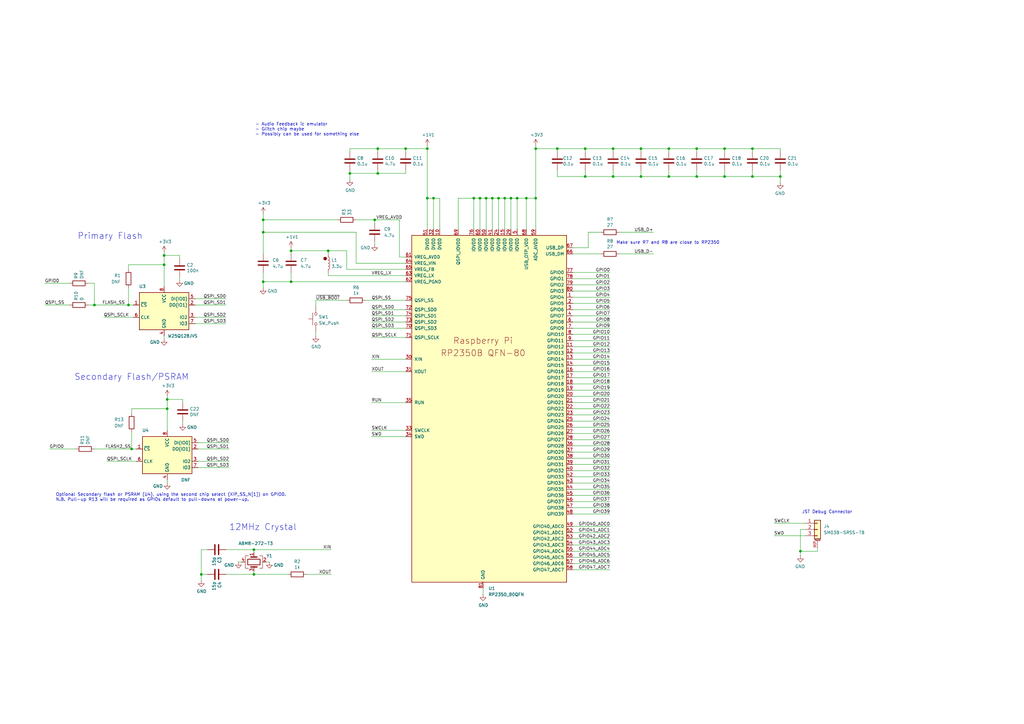
<source format=kicad_sch>
(kicad_sch (version 20250114) (generator "eeschema") (generator_version "9.0")
  (paper "A3")
  (title_block (title "RP2350B QFN80 Minimal Design Example") (date "2024-01-03") (rev "REV2") (company "Raspberry Pi Ltd"))
  (lib_symbols
    (symbol "Connector_Generic_MountingPin:Conn_01x03_MountingPin" (pin_names (offset 1.016) (hide yes))
      (property "Reference" "J" (at 0 5.08 0))
      (property "Value" "Conn_01x03_MountingPin" (at 1.27 -5.08 0))
      (symbol "Conn_01x03_MountingPin_1_1"
        (rectangle (start -1.27 3.81) (end 1.27 -3.81) (stroke (width 0.254)) (fill (type background)))
        (rectangle (start -1.27 2.667) (end 0 2.413) (stroke (width 0.1524)))
        (rectangle (start -1.27 0.127) (end 0 -0.127) (stroke (width 0.1524)))
        (rectangle (start -1.27 -2.413) (end 0 -2.667) (stroke (width 0.1524)))
        (polyline (pts (xy -1.016 -4.572) (xy 1.016 -4.572)) (stroke (width 0.1524)))
        (text "Mounting" (at 0 -4.191 0) (effects (font (size 0.381 0.381))))
        (pin passive line (at -5.08 2.54 0) (length 3.81) (name "Pin_1") (number "1"))
        (pin passive line (at -5.08 0 0) (length 3.81) (name "Pin_2") (number "2"))
        (pin passive line (at -5.08 -2.54 0) (length 3.81) (name "Pin_3") (number "3"))
        (pin passive line (at 0 -7.62 90) (length 3.048) (name "MountPin") (number "MP"))
      )
    )
    (symbol "Device:C" (pin_numbers (hide yes)) (pin_names (offset 0.254))
      (property "Reference" "C" (at 0.635 2.54 0))
      (property "Value" "C" (at 0.635 -2.54 0))
      (symbol "C_0_1"
        (polyline (pts (xy -2.032 0.762) (xy 2.032 0.762)) (stroke (width 0.508)))
        (polyline (pts (xy -2.032 -0.762) (xy 2.032 -0.762)) (stroke (width 0.508)))
      )
      (symbol "C_1_1"
        (pin passive line (at 0 3.81 270) (length 2.794) (name "~") (number "1"))
        (pin passive line (at 0 -3.81 90) (length 2.794) (name "~") (number "2"))
      )
    )
    (symbol "Device:Crystal_GND24" (pin_names (offset 1.016) (hide yes))
      (property "Reference" "Y" (at 3.175 5.08 0))
      (property "Value" "Crystal_GND24" (at 3.175 3.175 0))
      (symbol "Crystal_GND24_0_1"
        (polyline (pts (xy -2.54 2.286) (xy -2.54 3.556) (xy 2.54 3.556) (xy 2.54 2.286)))
        (polyline (pts (xy -2.54 0) (xy -2.032 0)))
        (polyline (pts (xy -2.54 -2.286) (xy -2.54 -3.556) (xy 2.54 -3.556) (xy 2.54 -2.286)))
        (polyline (pts (xy -2.032 -1.27) (xy -2.032 1.27)) (stroke (width 0.508)))
        (rectangle (start -1.143 2.54) (end 1.143 -2.54) (stroke (width 0.3048)))
        (polyline (pts (xy 0 3.556) (xy 0 3.81)))
        (polyline (pts (xy 0 -3.81) (xy 0 -3.556)))
        (polyline (pts (xy 2.032 0) (xy 2.54 0)))
        (polyline (pts (xy 2.032 -1.27) (xy 2.032 1.27)) (stroke (width 0.508)))
      )
      (symbol "Crystal_GND24_1_1"
        (pin passive line (at -3.81 0 0) (length 1.27) (name "1") (number "1"))
        (pin passive line (at 0 5.08 270) (length 1.27) (name "2") (number "2"))
        (pin passive line (at 0 -5.08 90) (length 1.27) (name "4") (number "4"))
        (pin passive line (at 3.81 0 180) (length 1.27) (name "3") (number "3"))
      )
    )
    (symbol "Device:L" (pin_numbers (hide yes)) (pin_names (offset 1.016) (hide yes))
      (property "Reference" "L" (at -1.27 0 90))
      (property "Value" "L" (at 1.905 0 90))
      (symbol "L_0_1"
        (arc (start 0 2.54) (mid 0.6323 1.905) (end 0 1.27))
        (arc (start 0 1.27) (mid 0.6323 0.635) (end 0 0))
        (arc (start 0 0) (mid 0.6323 -0.635) (end 0 -1.27))
        (arc (start 0 -1.27) (mid 0.6323 -1.905) (end 0 -2.54))
      )
      (symbol "L_1_1"
        (pin passive line (at 0 3.81 270) (length 1.27) (name "1") (number "1"))
        (pin passive line (at 0 -3.81 90) (length 1.27) (name "2") (number "2"))
      )
    )
    (symbol "Device:R" (pin_numbers (hide yes)) (pin_names (offset 0))
      (property "Reference" "R" (at 2.032 0 90))
      (property "Value" "R" (at 0 0 90))
      (symbol "R_0_1"
        (rectangle (start -1.016 -2.54) (end 1.016 2.54) (stroke (width 0.254)))
      )
      (symbol "R_1_1"
        (pin passive line (at 0 3.81 270) (length 1.27) (name "~") (number "1"))
        (pin passive line (at 0 -3.81 90) (length 1.27) (name "~") (number "2"))
      )
    )
    (symbol "MCU_RaspberryPi_RP2350:RP2350_80QFN" (pin_names (offset 1.016))
      (property "Reference" "U" (at -29.21 49.53 0))
      (property "Value" "RP2350_80QFN" (at 25.4 -96.52 0))
      (symbol "RP2350_80QFN_0_0"
        (text "Raspberry Pi" (at 0 5.08 0) (effects (font (size 2.54 2.54))))
      )
      (symbol "RP2350_80QFN_0_1"
        (rectangle (start -29.21 48.26) (end 34.29 -93.98) (stroke (width 0.254)) (fill (type background)))
      )
      (symbol "RP2350_80QFN_1_0"
        (text "RP2350B QFN-80" (at 0 0 0) (effects (font (size 2.54 2.54))))
      )
      (symbol "RP2350_80QFN_1_1"
        (pin power_in line (at -31.75 39.37 0) (length 2.54) (name "VREG_AVDD") (number "61"))
        (pin power_in line (at -31.75 36.83 0) (length 2.54) (name "VREG_VIN") (number "64"))
        (pin input line (at -31.75 34.29 0) (length 2.54) (name "VREG_FB") (number "65"))
        (pin power_out line (at -31.75 31.75 0) (length 2.54) (name "VREG_LX") (number "63"))
        (pin power_in line (at -31.75 29.21 0) (length 2.54) (name "VREG_PGND") (number "62"))
        (pin bidirectional line (at -31.75 21.59 0) (length 2.54) (name "QSPI_SS") (number "75"))
        (pin bidirectional line (at -31.75 17.78 0) (length 2.54) (name "QSPI_SD0") (number "72"))
        (pin bidirectional line (at -31.75 15.24 0) (length 2.54) (name "QSPI_SD1") (number "74"))
        (pin bidirectional line (at -31.75 12.7 0) (length 2.54) (name "QSPI_SD2") (number "73"))
        (pin bidirectional line (at -31.75 10.16 0) (length 2.54) (name "QSPI_SD3") (number "70"))
        (pin output line (at -31.75 6.35 0) (length 2.54) (name "QSPI_SCLK") (number "71"))
        (pin input line (at -31.75 -2.54 0) (length 2.54) (name "XIN") (number "30"))
        (pin passive line (at -31.75 -7.62 0) (length 2.54) (name "XOUT") (number "31"))
        (pin input line (at -31.75 -20.32 0) (length 2.54) (name "RUN") (number "35"))
        (pin output line (at -31.75 -31.75 0) (length 2.54) (name "SWCLK") (number "33"))
        (pin bidirectional line (at -31.75 -34.29 0) (length 2.54) (name "SWD") (number "34"))
        (pin power_in line (at -22.86 50.8 270) (length 2.54) (name "DVDD") (number "51"))
        (pin power_in line (at -20.32 50.8 270) (length 2.54) (name "DVDD") (number "32"))
        (pin power_in line (at -17.78 50.8 270) (length 2.54) (name "DVDD") (number "10"))
        (pin power_in line (at -10.16 50.8 270) (length 2.54) (name "QSPI_IOVDD") (number "69"))
        (pin power_in line (at -3.81 50.8 270) (length 2.54) (name "IOVDD") (number "76"))
        (pin power_in line (at -1.27 50.8 270) (length 2.54) (name "IOVDD") (number "60"))
        (pin power_in line (at 0 -96.52 90) (length 2.54) (name "GND") (number "81"))
        (pin power_in line (at 1.27 50.8 270) (length 2.54) (name "IOVDD") (number "50"))
        (pin power_in line (at 3.81 50.8 270) (length 2.54) (name "IOVDD") (number "41"))
        (pin power_in line (at 6.35 50.8 270) (length 2.54) (name "IOVDD") (number "24"))
        (pin power_in line (at 8.89 50.8 270) (length 2.54) (name "IOVDD") (number "15"))
        (pin power_in line (at 11.43 50.8 270) (length 2.54) (name "IOVDD") (number "29"))
        (pin power_in line (at 13.97 50.8 270) (length 2.54) (name "IOVDD") (number "5"))
        (pin power_in line (at 17.78 50.8 270) (length 2.54) (name "USB_OTP_VDD") (number "68"))
        (pin power_in line (at 21.59 50.8 270) (length 2.54) (name "ADC_AVDD") (number "59"))
        (pin bidirectional line (at 36.83 43.18 180) (length 2.54) (name "USB_DP") (number "67"))
        (pin bidirectional line (at 36.83 40.64 180) (length 2.54) (name "USB_DM") (number "66"))
        (pin bidirectional line (at 36.83 33.02 180) (length 2.54) (name "GPIO0") (number "77"))
        (pin bidirectional line (at 36.83 30.48 180) (length 2.54) (name "GPIO1") (number "78"))
        (pin bidirectional line (at 36.83 27.94 180) (length 2.54) (name "GPIO2") (number "79"))
        (pin bidirectional line (at 36.83 25.4 180) (length 2.54) (name "GPIO3") (number "80"))
        (pin bidirectional line (at 36.83 22.86 180) (length 2.54) (name "GPIO4") (number "1"))
        (pin bidirectional line (at 36.83 20.32 180) (length 2.54) (name "GPIO5") (number "2"))
        (pin bidirectional line (at 36.83 17.78 180) (length 2.54) (name "GPIO6") (number "3"))
        (pin bidirectional line (at 36.83 15.24 180) (length 2.54) (name "GPIO7") (number "4"))
        (pin bidirectional line (at 36.83 12.7 180) (length 2.54) (name "GPIO8") (number "6"))
        (pin bidirectional line (at 36.83 10.16 180) (length 2.54) (name "GPIO9") (number "7"))
        (pin bidirectional line (at 36.83 7.62 180) (length 2.54) (name "GPIO10") (number "8"))
        (pin bidirectional line (at 36.83 5.08 180) (length 2.54) (name "GPIO11") (number "9"))
        (pin bidirectional line (at 36.83 2.54 180) (length 2.54) (name "GPIO12") (number "11"))
        (pin bidirectional line (at 36.83 0 180) (length 2.54) (name "GPIO13") (number "12"))
        (pin bidirectional line (at 36.83 -2.54 180) (length 2.54) (name "GPIO14") (number "13"))
        (pin bidirectional line (at 36.83 -5.08 180) (length 2.54) (name "GPIO15") (number "14"))
        (pin bidirectional line (at 36.83 -7.62 180) (length 2.54) (name "GPIO16") (number "16"))
        (pin bidirectional line (at 36.83 -10.16 180) (length 2.54) (name "GPIO17") (number "17"))
        (pin bidirectional line (at 36.83 -12.7 180) (length 2.54) (name "GPIO18") (number "18"))
        (pin bidirectional line (at 36.83 -15.24 180) (length 2.54) (name "GPIO19") (number "19"))
        (pin bidirectional line (at 36.83 -17.78 180) (length 2.54) (name "GPIO20") (number "20"))
        (pin bidirectional line (at 36.83 -20.32 180) (length 2.54) (name "GPIO21") (number "21"))
        (pin bidirectional line (at 36.83 -22.86 180) (length 2.54) (name "GPIO22") (number "22"))
        (pin bidirectional line (at 36.83 -25.4 180) (length 2.54) (name "GPIO23") (number "23"))
        (pin bidirectional line (at 36.83 -27.94 180) (length 2.54) (name "GPIO24") (number "25"))
        (pin bidirectional line (at 36.83 -30.48 180) (length 2.54) (name "GPIO25") (number "26"))
        (pin bidirectional line (at 36.83 -33.02 180) (length 2.54) (name "GPIO26") (number "27"))
        (pin bidirectional line (at 36.83 -35.56 180) (length 2.54) (name "GPIO27") (number "28"))
        (pin bidirectional line (at 36.83 -38.1 180) (length 2.54) (name "GPIO28") (number "36"))
        (pin bidirectional line (at 36.83 -40.64 180) (length 2.54) (name "GPIO29") (number "37"))
        (pin bidirectional line (at 36.83 -43.18 180) (length 2.54) (name "GPIO30") (number "38"))
        (pin bidirectional line (at 36.83 -45.72 180) (length 2.54) (name "GPIO31") (number "39"))
        (pin bidirectional line (at 36.83 -48.26 180) (length 2.54) (name "GPIO32") (number "40"))
        (pin bidirectional line (at 36.83 -50.8 180) (length 2.54) (name "GPIO33") (number "42"))
        (pin bidirectional line (at 36.83 -53.34 180) (length 2.54) (name "GPIO34") (number "43"))
        (pin bidirectional line (at 36.83 -55.88 180) (length 2.54) (name "GPIO35") (number "44"))
        (pin bidirectional line (at 36.83 -58.42 180) (length 2.54) (name "GPIO36") (number "45"))
        (pin bidirectional line (at 36.83 -60.96 180) (length 2.54) (name "GPIO37") (number "46"))
        (pin bidirectional line (at 36.83 -63.5 180) (length 2.54) (name "GPIO38") (number "47"))
        (pin bidirectional line (at 36.83 -66.04 180) (length 2.54) (name "GPIO39") (number "48"))
        (pin bidirectional line (at 36.83 -71.12 180) (length 2.54) (name "GPIO40_ADC0") (number "49"))
        (pin bidirectional line (at 36.83 -73.66 180) (length 2.54) (name "GPIO41_ADC1") (number "52"))
        (pin bidirectional line (at 36.83 -76.2 180) (length 2.54) (name "GPIO42_ADC2") (number "53"))
        (pin bidirectional line (at 36.83 -78.74 180) (length 2.54) (name "GPIO43_ADC3") (number "54"))
        (pin bidirectional line (at 36.83 -81.28 180) (length 2.54) (name "GPIO44_ADC4") (number "55"))
        (pin bidirectional line (at 36.83 -83.82 180) (length 2.54) (name "GPIO45_ADC5") (number "56"))
        (pin bidirectional line (at 36.83 -86.36 180) (length 2.54) (name "GPIO46_ADC6") (number "57"))
        (pin bidirectional line (at 36.83 -88.9 180) (length 2.54) (name "GPIO47_ADC7") (number "58"))
      )
    )
    (symbol "Memory_Flash:W25Q128JVS"
      (property "Reference" "U" (at -8.89 8.89 0))
      (property "Value" "W25Q128JVS" (at 7.62 8.89 0))
      (symbol "W25Q128JVS_0_1"
        (rectangle (start -10.16 7.62) (end 10.16 -7.62) (stroke (width 0.254)) (fill (type background)))
      )
      (symbol "W25Q128JVS_1_1"
        (pin input line (at -12.7 2.54 0) (length 2.54) (name "~{CS}") (number "1"))
        (pin input line (at -12.7 -2.54 0) (length 2.54) (name "CLK") (number "6"))
        (pin power_in line (at 0 10.16 270) (length 2.54) (name "VCC") (number "8"))
        (pin power_in line (at 0 -10.16 90) (length 2.54) (name "GND") (number "4"))
        (pin bidirectional line (at 12.7 5.08 180) (length 2.54) (name "DI(IO0)") (number "5"))
        (pin bidirectional line (at 12.7 2.54 180) (length 2.54) (name "DO(IO1)") (number "2"))
        (pin bidirectional line (at 12.7 -2.54 180) (length 2.54) (name "IO2") (number "3"))
        (pin bidirectional line (at 12.7 -5.08 180) (length 2.54) (name "IO3") (number "7"))
      )
    )
    (symbol "Switch:SW_Push" (pin_numbers (hide yes)) (pin_names (offset 1.016) (hide yes))
      (property "Reference" "SW" (at 1.27 2.54 0))
      (property "Value" "SW_Push" (at 0 -1.524 0))
      (symbol "SW_Push_0_1"
        (circle (center -2.032 0) (radius 0.508))
        (polyline (pts (xy 0 1.27) (xy 0 3.048)))
        (circle (center 2.032 0) (radius 0.508))
        (polyline (pts (xy 2.54 1.27) (xy -2.54 1.27)))
        (pin passive line (at -5.08 0 0) (length 2.54) (name "1") (number "1"))
        (pin passive line (at 5.08 0 180) (length 2.54) (name "2") (number "2"))
      )
    )
    (symbol "power:+1V1" (power) (pin_names (offset 0))
      (property "Value" "+1V1" (at 0 3.556 0))
      (symbol "+1V1_0_1"
        (polyline (pts (xy -0.762 1.27) (xy 0 2.54)))
        (polyline (pts (xy 0 2.54) (xy 0.762 1.27)))
        (polyline (pts (xy 0 0) (xy 0 2.54)))
      )
      (symbol "+1V1_1_1"
        (pin power_in line (at 0 0 90) (length 0) (hide yes) (name "+1V1") (number "1"))
      )
    )
    (symbol "power:+3V3" (power) (pin_names (offset 0))
      (property "Value" "+3V3" (at 0 3.556 0))
      (symbol "+3V3_0_1"
        (polyline (pts (xy -0.762 1.27) (xy 0 2.54)))
        (polyline (pts (xy 0 2.54) (xy 0.762 1.27)))
        (polyline (pts (xy 0 0) (xy 0 2.54)))
      )
      (symbol "+3V3_1_1"
        (pin power_in line (at 0 0 90) (length 0) (hide yes) (name "+3V3") (number "1"))
      )
    )
    (symbol "power:GND" (power) (pin_names (offset 0))
      (property "Value" "GND" (at 0 -3.81 0))
      (symbol "GND_0_1"
        (polyline (pts (xy 0 0) (xy 0 -1.27) (xy 1.27 -1.27) (xy 0 -2.54) (xy -1.27 -1.27) (xy 0 -1.27)))
      )
      (symbol "GND_1_1"
        (pin power_in line (at 0 0 270) (length 0) (hide yes) (name "GND") (number "1"))
      )
    )
  )
  (circle (center 133.35 106.045) (radius 0.635) (stroke (width 0) (color 132 0 0 1)) (fill (type color) (color 132 0 0 1)))
  (text "Optional Secondary flash or PSRAM (U4), using the second chip select (XIP_SS_N[1]) on GPIO0.\nN.B. Pull-up R13 will be required as GPIOs default to pull-downs at power-up." (at 22.86 205.74 0) (effects (font (size 1.27 1.27)) (justify left bottom)))
  (text "12MHz Crystal" (at 93.98 217.805 0) (effects (font (size 2.54 2.54)) (justify left bottom)))
  (text "- Audio Feedback ic emulator\n- Glitch chip maybe\n- Possibly can be used for something else" (at 104.648 53.086 0) (effects (font (size 1.27 1.27)) (justify left)))
  (text "Primary Flash" (at 31.75 98.425 0) (effects (font (size 2.54 2.54)) (justify left bottom)))
  (text "JST Debug Connector" (at 328.93 210.82 0) (effects (font (size 1.27 1.27)) (justify left bottom)))
  (text "Make sure R7 and R8 are close to RP2350\n" (at 252.73 100.33 0) (effects (font (size 1.27 1.27)) (justify left bottom)))
  (text "Secondary Flash/PSRAM" (at 30.48 156.21 0) (effects (font (size 2.54 2.54)) (justify left bottom)))
  (junction (at 119.38 115.57))
  (junction (at 297.18 60.96))
  (junction (at 107.95 115.57))
  (junction (at 219.71 81.28))
  (junction (at 194.31 81.28))
  (junction (at 320.04 72.39))
  (junction (at 175.26 81.28))
  (junction (at 154.94 71.12))
  (junction (at 219.71 60.96))
  (junction (at 196.85 81.28))
  (junction (at 82.55 235.585))
  (junction (at 68.58 163.83))
  (junction (at 251.46 72.39))
  (junction (at 262.89 72.39))
  (junction (at 209.55 81.28))
  (junction (at 154.94 60.96))
  (junction (at 207.01 81.28))
  (junction (at 228.6 60.96))
  (junction (at 308.61 72.39))
  (junction (at 107.95 90.17))
  (junction (at 285.75 72.39))
  (junction (at 204.47 81.28))
  (junction (at 240.03 60.96))
  (junction (at 67.31 104.775))
  (junction (at 199.39 81.28))
  (junction (at 262.89 60.96))
  (junction (at 153.67 90.17))
  (junction (at 175.26 60.96))
  (junction (at 67.31 108.585))
  (junction (at 212.09 81.28))
  (junction (at 297.18 72.39))
  (junction (at 53.975 184.15))
  (junction (at 308.61 60.96))
  (junction (at 104.14 225.425))
  (junction (at 166.37 60.96))
  (junction (at 240.03 72.39))
  (junction (at 104.14 235.585))
  (junction (at 274.32 60.96))
  (junction (at 68.58 167.64))
  (junction (at 134.62 102.87))
  (junction (at 274.32 72.39))
  (junction (at 177.8 81.28))
  (junction (at 285.75 60.96))
  (junction (at 52.705 125.095))
  (junction (at 215.9 81.28))
  (junction (at 119.38 102.87))
  (junction (at 38.735 125.095))
  (junction (at 328.295 226.06))
  (junction (at 251.46 60.96))
  (junction (at 201.93 81.28))
  (junction (at 143.51 71.12))
  (junction (at 107.95 95.25))
  (wire (pts (xy 234.95 139.7) (xy 250.19 139.7)))
  (wire (pts (xy 107.95 111.76) (xy 107.95 115.57)))
  (wire (pts (xy 234.95 132.08) (xy 250.19 132.08)))
  (wire (pts (xy 154.94 60.96) (xy 166.37 60.96)))
  (wire (pts (xy 107.95 95.25) (xy 146.05 95.25)))
  (wire (pts (xy 330.2 217.17) (xy 328.295 217.17)))
  (wire (pts (xy 274.32 62.23) (xy 274.32 60.96)))
  (wire (pts (xy 274.32 69.85) (xy 274.32 72.39)))
  (wire (pts (xy 234.95 129.54) (xy 250.19 129.54)))
  (wire (pts (xy 107.95 115.57) (xy 107.95 118.11)))
  (wire (pts (xy 228.6 60.96) (xy 240.03 60.96)))
  (wire (pts (xy 207.01 81.28) (xy 209.55 81.28)))
  (wire (pts (xy 154.94 62.23) (xy 154.94 60.96)))
  (wire (pts (xy 166.37 138.43) (xy 152.4 138.43)))
  (wire (pts (xy 154.94 71.12) (xy 166.37 71.12)))
  (wire (pts (xy 36.195 125.095) (xy 38.735 125.095)))
  (wire (pts (xy 74.93 163.83) (xy 68.58 163.83)))
  (wire (pts (xy 143.51 69.85) (xy 143.51 71.12)))
  (wire (pts (xy 234.95 101.6) (xy 241.3 101.6)))
  (wire (pts (xy 81.28 191.77) (xy 93.98 191.77)))
  (wire (pts (xy 234.95 233.68) (xy 250.19 233.68)))
  (wire (pts (xy 234.95 231.14) (xy 250.19 231.14)))
  (wire (pts (xy 285.75 62.23) (xy 285.75 60.96)))
  (wire (pts (xy 166.37 176.53) (xy 152.4 176.53)))
  (wire (pts (xy 234.95 218.44) (xy 250.19 218.44)))
  (wire (pts (xy 92.71 235.585) (xy 104.14 235.585)))
  (wire (pts (xy 142.24 102.87) (xy 134.62 102.87)))
  (wire (pts (xy 262.89 62.23) (xy 262.89 60.96)))
  (wire (pts (xy 146.05 90.17) (xy 153.67 90.17)))
  (wire (pts (xy 107.95 90.17) (xy 138.43 90.17)))
  (wire (pts (xy 262.89 69.85) (xy 262.89 72.39)))
  (wire (pts (xy 153.67 90.17) (xy 163.83 90.17)))
  (wire (pts (xy 234.95 111.76) (xy 250.19 111.76)))
  (wire (pts (xy 234.95 198.12) (xy 250.19 198.12)))
  (wire (pts (xy 199.39 93.98) (xy 199.39 81.28)))
  (wire (pts (xy 234.95 185.42) (xy 250.19 185.42)))
  (wire (pts (xy 219.71 81.28) (xy 219.71 93.98)))
  (wire (pts (xy 129.54 123.19) (xy 129.54 125.73)))
  (wire (pts (xy 212.09 81.28) (xy 212.09 93.98)))
  (wire (pts (xy 52.705 118.11) (xy 52.705 125.095)))
  (wire (pts (xy 328.295 226.06) (xy 328.295 227.965)))
  (wire (pts (xy 187.96 93.98) (xy 187.96 81.28)))
  (wire (pts (xy 67.31 103.505) (xy 67.31 104.775)))
  (wire (pts (xy 18.415 116.205) (xy 28.575 116.205)))
  (wire (pts (xy 297.18 60.96) (xy 308.61 60.96)))
  (wire (pts (xy 308.61 72.39) (xy 297.18 72.39)))
  (wire (pts (xy 201.93 81.28) (xy 204.47 81.28)))
  (wire (pts (xy 234.95 160.02) (xy 250.19 160.02)))
  (wire (pts (xy 274.32 72.39) (xy 262.89 72.39)))
  (wire (pts (xy 308.61 69.85) (xy 308.61 72.39)))
  (wire (pts (xy 175.26 60.96) (xy 175.26 81.28)))
  (wire (pts (xy 196.85 81.28) (xy 199.39 81.28)))
  (wire (pts (xy 146.05 95.25) (xy 146.05 107.95)))
  (wire (pts (xy 234.95 142.24) (xy 250.19 142.24)))
  (wire (pts (xy 201.93 93.98) (xy 201.93 81.28)))
  (wire (pts (xy 52.705 108.585) (xy 67.31 108.585)))
  (wire (pts (xy 109.22 230.505) (xy 110.49 230.505)))
  (wire (pts (xy 68.58 167.64) (xy 68.58 176.53)))
  (wire (pts (xy 199.39 81.28) (xy 201.93 81.28)))
  (wire (pts (xy 234.95 180.34) (xy 250.19 180.34)))
  (wire (pts (xy 81.28 184.15) (xy 93.98 184.15)))
  (wire (pts (xy 274.32 60.96) (xy 285.75 60.96)))
  (wire (pts (xy 240.03 60.96) (xy 251.46 60.96)))
  (wire (pts (xy 52.705 110.49) (xy 52.705 108.585)))
  (wire (pts (xy 107.95 115.57) (xy 119.38 115.57)))
  (wire (pts (xy 234.95 157.48) (xy 250.19 157.48)))
  (wire (pts (xy 134.62 113.03) (xy 166.37 113.03)))
  (wire (pts (xy 240.03 69.85) (xy 240.03 72.39)))
  (wire (pts (xy 85.09 235.585) (xy 82.55 235.585)))
  (wire (pts (xy 234.95 134.62) (xy 250.19 134.62)))
  (wire (pts (xy 234.95 182.88) (xy 250.19 182.88)))
  (wire (pts (xy 80.01 132.715) (xy 92.71 132.715)))
  (wire (pts (xy 119.38 101.6) (xy 119.38 102.87)))
  (wire (pts (xy 149.86 123.19) (xy 166.37 123.19)))
  (wire (pts (xy 143.51 62.23) (xy 143.51 60.96)))
  (wire (pts (xy 153.67 100.33) (xy 153.67 99.06)))
  (wire (pts (xy 134.62 113.03) (xy 134.62 111.76)))
  (wire (pts (xy 153.67 90.17) (xy 153.67 91.44)))
  (wire (pts (xy 209.55 81.28) (xy 212.09 81.28)))
  (wire (pts (xy 234.95 193.04) (xy 250.19 193.04)))
  (wire (pts (xy 82.55 235.585) (xy 82.55 238.125)))
  (wire (pts (xy 67.31 137.795) (xy 67.31 139.065)))
  (wire (pts (xy 234.95 154.94) (xy 250.19 154.94)))
  (wire (pts (xy 53.975 184.15) (xy 55.88 184.15)))
  (wire (pts (xy 254 104.14) (xy 267.97 104.14)))
  (wire (pts (xy 175.26 81.28) (xy 175.26 93.98)))
  (wire (pts (xy 142.24 110.49) (xy 142.24 102.87)))
  (wire (pts (xy 234.95 203.2) (xy 250.19 203.2)))
  (wire (pts (xy 97.79 230.505) (xy 99.06 230.505)))
  (wire (pts (xy 234.95 215.9) (xy 250.19 215.9)))
  (wire (pts (xy 234.95 116.84) (xy 250.19 116.84)))
  (wire (pts (xy 234.95 175.26) (xy 250.19 175.26)))
  (wire (pts (xy 36.195 116.205) (xy 38.735 116.205)))
  (wire (pts (xy 234.95 124.46) (xy 250.19 124.46)))
  (wire (pts (xy 53.975 169.545) (xy 53.975 167.64)))
  (wire (pts (xy 67.31 108.585) (xy 67.31 117.475)))
  (wire (pts (xy 43.815 189.23) (xy 55.88 189.23)))
  (wire (pts (xy 143.51 71.12) (xy 143.51 73.66)))
  (wire (pts (xy 204.47 81.28) (xy 207.01 81.28)))
  (wire (pts (xy 234.95 127) (xy 250.19 127)))
  (wire (pts (xy 154.94 69.85) (xy 154.94 71.12)))
  (wire (pts (xy 308.61 60.96) (xy 320.04 60.96)))
  (wire (pts (xy 251.46 62.23) (xy 251.46 60.96)))
  (wire (pts (xy 67.31 104.775) (xy 67.31 108.585)))
  (wire (pts (xy 92.71 225.425) (xy 104.14 225.425)))
  (wire (pts (xy 80.01 130.175) (xy 92.71 130.175)))
  (wire (pts (xy 152.4 147.32) (xy 166.37 147.32)))
  (wire (pts (xy 198.12 241.3) (xy 198.12 243.84)))
  (wire (pts (xy 152.4 132.08) (xy 166.37 132.08)))
  (wire (pts (xy 82.55 225.425) (xy 82.55 235.585)))
  (wire (pts (xy 180.34 81.28) (xy 180.34 93.98)))
  (wire (pts (xy 194.31 93.98) (xy 194.31 81.28)))
  (wire (pts (xy 143.51 60.96) (xy 154.94 60.96)))
  (wire (pts (xy 234.95 152.4) (xy 250.19 152.4)))
  (wire (pts (xy 42.545 130.175) (xy 54.61 130.175)))
  (wire (pts (xy 73.66 104.775) (xy 67.31 104.775)))
  (wire (pts (xy 234.95 190.5) (xy 250.19 190.5)))
  (wire (pts (xy 320.04 62.23) (xy 320.04 60.96)))
  (wire (pts (xy 152.4 127) (xy 166.37 127)))
  (wire (pts (xy 241.3 95.25) (xy 241.3 101.6)))
  (wire (pts (xy 38.735 125.095) (xy 52.705 125.095)))
  (wire (pts (xy 68.58 196.85) (xy 68.58 198.12)))
  (wire (pts (xy 297.18 69.85) (xy 297.18 72.39)))
  (wire (pts (xy 219.71 59.69) (xy 219.71 60.96)))
  (wire (pts (xy 297.18 62.23) (xy 297.18 60.96)))
  (wire (pts (xy 152.4 129.54) (xy 166.37 129.54)))
  (wire (pts (xy 68.58 163.83) (xy 68.58 167.64)))
  (wire (pts (xy 152.4 134.62) (xy 166.37 134.62)))
  (wire (pts (xy 104.14 234.315) (xy 104.14 235.585)))
  (wire (pts (xy 308.61 62.23) (xy 308.61 60.96)))
  (wire (pts (xy 335.28 224.79) (xy 335.28 226.06)))
  (wire (pts (xy 251.46 60.96) (xy 262.89 60.96)))
  (wire (pts (xy 320.04 72.39) (xy 308.61 72.39)))
  (wire (pts (xy 73.66 106.045) (xy 73.66 104.775)))
  (wire (pts (xy 234.95 170.18) (xy 250.19 170.18)))
  (wire (pts (xy 166.37 60.96) (xy 175.26 60.96)))
  (wire (pts (xy 285.75 60.96) (xy 297.18 60.96)))
  (wire (pts (xy 119.38 115.57) (xy 166.37 115.57)))
  (wire (pts (xy 297.18 72.39) (xy 285.75 72.39)))
  (wire (pts (xy 234.95 220.98) (xy 250.19 220.98)))
  (wire (pts (xy 219.71 60.96) (xy 228.6 60.96)))
  (wire (pts (xy 119.38 111.76) (xy 119.38 115.57)))
  (wire (pts (xy 163.83 90.17) (xy 163.83 105.41)))
  (wire (pts (xy 285.75 69.85) (xy 285.75 72.39)))
  (wire (pts (xy 53.975 177.165) (xy 53.975 184.15)))
  (wire (pts (xy 166.37 179.07) (xy 152.4 179.07)))
  (wire (pts (xy 328.295 217.17) (xy 328.295 226.06)))
  (wire (pts (xy 241.3 95.25) (xy 246.38 95.25)))
  (wire (pts (xy 234.95 223.52) (xy 250.19 223.52)))
  (wire (pts (xy 234.95 162.56) (xy 250.19 162.56)))
  (wire (pts (xy 142.24 123.19) (xy 129.54 123.19)))
  (wire (pts (xy 20.32 184.15) (xy 31.115 184.15)))
  (wire (pts (xy 177.8 81.28) (xy 180.34 81.28)))
  (wire (pts (xy 104.14 235.585) (xy 118.11 235.585)))
  (wire (pts (xy 317.5 214.63) (xy 330.2 214.63)))
  (wire (pts (xy 68.58 162.56) (xy 68.58 163.83)))
  (wire (pts (xy 163.83 105.41) (xy 166.37 105.41)))
  (wire (pts (xy 196.85 93.98) (xy 196.85 81.28)))
  (wire (pts (xy 129.54 135.89) (xy 129.54 137.795)))
  (wire (pts (xy 251.46 69.85) (xy 251.46 72.39)))
  (wire (pts (xy 85.09 225.425) (xy 82.55 225.425)))
  (wire (pts (xy 234.95 210.82) (xy 250.19 210.82)))
  (wire (pts (xy 328.295 226.06) (xy 335.28 226.06)))
  (wire (pts (xy 38.735 116.205) (xy 38.735 125.095)))
  (wire (pts (xy 254 95.25) (xy 267.97 95.25)))
  (wire (pts (xy 234.95 172.72) (xy 250.19 172.72)))
  (wire (pts (xy 209.55 93.98) (xy 209.55 81.28)))
  (wire (pts (xy 175.26 59.69) (xy 175.26 60.96)))
  (wire (pts (xy 107.95 90.17) (xy 107.95 95.25)))
  (wire (pts (xy 234.95 167.64) (xy 250.19 167.64)))
  (wire (pts (xy 119.38 102.87) (xy 134.62 102.87)))
  (wire (pts (xy 215.9 93.98) (xy 215.9 81.28)))
  (wire (pts (xy 320.04 72.39) (xy 320.04 74.93)))
  (wire (pts (xy 215.9 81.28) (xy 219.71 81.28)))
  (wire (pts (xy 212.09 81.28) (xy 215.9 81.28)))
  (wire (pts (xy 234.95 195.58) (xy 250.19 195.58)))
  (wire (pts (xy 251.46 72.39) (xy 240.03 72.39)))
  (wire (pts (xy 262.89 72.39) (xy 251.46 72.39)))
  (wire (pts (xy 104.14 225.425) (xy 135.89 225.425)))
  (wire (pts (xy 234.95 137.16) (xy 250.19 137.16)))
  (wire (pts (xy 107.95 87.63) (xy 107.95 90.17)))
  (wire (pts (xy 134.62 102.87) (xy 134.62 104.14)))
  (wire (pts (xy 194.31 81.28) (xy 196.85 81.28)))
  (wire (pts (xy 234.95 205.74) (xy 250.19 205.74)))
  (wire (pts (xy 204.47 93.98) (xy 204.47 81.28)))
  (wire (pts (xy 234.95 208.28) (xy 250.19 208.28)))
  (wire (pts (xy 228.6 62.23) (xy 228.6 60.96)))
  (wire (pts (xy 234.95 187.96) (xy 250.19 187.96)))
  (wire (pts (xy 234.95 177.8) (xy 250.19 177.8)))
  (wire (pts (xy 152.4 165.1) (xy 166.37 165.1)))
  (wire (pts (xy 166.37 62.23) (xy 166.37 60.96)))
  (wire (pts (xy 234.95 119.38) (xy 250.19 119.38)))
  (wire (pts (xy 234.95 149.86) (xy 250.19 149.86)))
  (wire (pts (xy 234.95 165.1) (xy 250.19 165.1)))
  (wire (pts (xy 285.75 72.39) (xy 274.32 72.39)))
  (wire (pts (xy 234.95 121.92) (xy 250.19 121.92)))
  (wire (pts (xy 143.51 71.12) (xy 154.94 71.12)))
  (wire (pts (xy 187.96 81.28) (xy 194.31 81.28)))
  (wire (pts (xy 52.705 125.095) (xy 54.61 125.095)))
  (wire (pts (xy 234.95 200.66) (xy 250.19 200.66)))
  (wire (pts (xy 146.05 107.95) (xy 166.37 107.95)))
  (wire (pts (xy 177.8 81.28) (xy 175.26 81.28)))
  (wire (pts (xy 207.01 81.28) (xy 207.01 93.98)))
  (wire (pts (xy 166.37 110.49) (xy 142.24 110.49)))
  (wire (pts (xy 74.93 165.1) (xy 74.93 163.83)))
  (wire (pts (xy 317.5 219.71) (xy 330.2 219.71)))
  (wire (pts (xy 240.03 62.23) (xy 240.03 60.96)))
  (wire (pts (xy 74.93 172.72) (xy 74.93 173.99)))
  (wire (pts (xy 81.28 189.23) (xy 93.98 189.23)))
  (wire (pts (xy 234.95 104.14) (xy 246.38 104.14)))
  (wire (pts (xy 240.03 72.39) (xy 228.6 72.39)))
  (wire (pts (xy 228.6 69.85) (xy 228.6 72.39)))
  (wire (pts (xy 104.14 226.695) (xy 104.14 225.425)))
  (wire (pts (xy 219.71 60.96) (xy 219.71 81.28)))
  (wire (pts (xy 119.38 104.14) (xy 119.38 102.87)))
  (wire (pts (xy 234.95 144.78) (xy 250.19 144.78)))
  (wire (pts (xy 234.95 114.3) (xy 250.19 114.3)))
  (wire (pts (xy 234.95 226.06) (xy 250.19 226.06)))
  (wire (pts (xy 53.975 167.64) (xy 68.58 167.64)))
  (wire (pts (xy 125.73 235.585) (xy 135.89 235.585)))
  (wire (pts (xy 234.95 228.6) (xy 250.19 228.6)))
  (wire (pts (xy 80.01 122.555) (xy 92.71 122.555)))
  (wire (pts (xy 81.28 181.61) (xy 93.98 181.61)))
  (wire (pts (xy 262.89 60.96) (xy 274.32 60.96)))
  (wire (pts (xy 166.37 152.4) (xy 152.4 152.4)))
  (wire (pts (xy 18.415 125.095) (xy 28.575 125.095)))
  (wire (pts (xy 80.01 125.095) (xy 92.71 125.095)))
  (wire (pts (xy 166.37 71.12) (xy 166.37 69.85)))
  (wire (pts (xy 107.95 95.25) (xy 107.95 104.14)))
  (wire (pts (xy 177.8 93.98) (xy 177.8 81.28)))
  (wire (pts (xy 320.04 69.85) (xy 320.04 72.39)))
  (wire (pts (xy 38.735 184.15) (xy 53.975 184.15)))
  (wire (pts (xy 73.66 113.665) (xy 73.66 114.935)))
  (wire (pts (xy 234.95 147.32) (xy 250.19 147.32)))
  (label "XIN" (at 152.4 147.32 0))
  (label "USB_D+" (at 267.97 95.25 180))
  (label "GPIO33" (at 250.19 195.58 180))
  (label "GPIO40_ADC0" (at 250.19 215.9 180))
  (label "GPIO32" (at 250.19 193.04 180))
  (label "GPIO45_ADC5" (at 250.19 228.6 180))
  (label "GPIO41_ADC1" (at 250.19 218.44 180))
  (label "XOUT" (at 152.4 152.4 0))
  (label "GPIO18" (at 250.19 157.48 180))
  (label "FLASH2_SS" (at 43.18 184.15 0))
  (label "~{USB_BOOT}" (at 129.54 123.19 0))
  (label "GPIO12" (at 250.19 142.24 180))
  (label "GPIO8" (at 250.19 132.08 180))
  (label "QSPI_SD2" (at 92.71 130.175 180))
  (label "GPIO3" (at 250.19 119.38 180))
  (label "GPIO0" (at 18.415 116.205 0))
  (label "GPIO25" (at 250.19 175.26 180))
  (label "GPIO13" (at 250.19 144.78 180))
  (label "GPIO36" (at 250.19 203.2 180))
  (label "GPIO2" (at 250.19 116.84 180))
  (label "XIN" (at 135.89 225.425 180))
  (label "GPIO38" (at 250.19 208.28 180))
  (label "RUN" (at 152.4 165.1 0))
  (label "GPIO16" (at 250.19 152.4 180))
  (label "SWD" (at 317.5 219.71 0))
  (label "QSPI_SD0" (at 152.4 127 0))
  (label "GPIO5" (at 250.19 124.46 180))
  (label "QSPI_SD0" (at 92.71 122.555 180))
  (label "GPIO43_ADC3" (at 250.19 223.52 180))
  (label "QSPI_SS" (at 152.4 123.19 0))
  (label "SWCLK" (at 152.4 176.53 0))
  (label "GPIO1" (at 250.19 114.3 180))
  (label "GPIO21" (at 250.19 165.1 180))
  (label "QSPI_SD2" (at 93.98 189.23 180))
  (label "GPIO35" (at 250.19 200.66 180))
  (label "GPIO37" (at 250.19 205.74 180))
  (label "GPIO20" (at 250.19 162.56 180))
  (label "GPIO7" (at 250.19 129.54 180))
  (label "QSPI_SD3" (at 92.71 132.715 180))
  (label "XOUT" (at 135.89 235.585 180))
  (label "GPIO17" (at 250.19 154.94 180))
  (label "GPIO47_ADC7" (at 250.19 233.68 180))
  (label "GPIO39" (at 250.19 210.82 180))
  (label "QSPI_SS" (at 18.415 125.095 0))
  (label "GPIO29" (at 250.19 185.42 180))
  (label "QSPI_SD0" (at 93.98 181.61 180))
  (label "QSPI_SD2" (at 152.4 132.08 0))
  (label "FLASH_SS" (at 41.91 125.095 0))
  (label "VREG_LX" (at 152.4 113.03 0))
  (label "GPIO6" (at 250.19 127 180))
  (label "GPIO42_ADC2" (at 250.19 220.98 180))
  (label "GPIO31" (at 250.19 190.5 180))
  (label "USB_D-" (at 267.97 104.14 180))
  (label "GPIO10" (at 250.19 137.16 180))
  (label "QSPI_SCLK" (at 43.815 189.23 0))
  (label "GPIO28" (at 250.19 182.88 180))
  (label "GPIO0" (at 250.19 111.76 180))
  (label "QSPI_SD1" (at 93.98 184.15 180))
  (label "GPIO14" (at 250.19 147.32 180))
  (label "VREG_AVDD" (at 154.305 90.17 0))
  (label "GPIO23" (at 250.19 170.18 180))
  (label "GPIO15" (at 250.19 149.86 180))
  (label "GPIO9" (at 250.19 134.62 180))
  (label "GPIO27" (at 250.19 180.34 180))
  (label "QSPI_SD1" (at 152.4 129.54 0))
  (label "GPIO44_ADC4" (at 250.19 226.06 180))
  (label "SWCLK" (at 317.5 214.63 0))
  (label "GPIO30" (at 250.19 187.96 180))
  (label "QSPI_SD3" (at 93.98 191.77 180))
  (label "QSPI_SCLK" (at 152.4 138.43 0))
  (label "QSPI_SCLK" (at 42.545 130.175 0))
  (label "GPIO34" (at 250.19 198.12 180))
  (label "GPIO22" (at 250.19 167.64 180))
  (label "GPIO46_ADC6" (at 250.19 231.14 180))
  (label "GPIO0" (at 20.32 184.15 0))
  (label "GPIO11" (at 250.19 139.7 180))
  (label "QSPI_SD1" (at 92.71 125.095 180))
  (label "SWD" (at 152.4 179.07 0))
  (label "GPIO24" (at 250.19 172.72 180))
  (label "GPIO4" (at 250.19 121.92 180))
  (label "QSPI_SD3" (at 152.4 134.62 0))
  (label "GPIO19" (at 250.19 160.02 180))
  (label "GPIO26" (at 250.19 177.8 180))
  (symbol (lib_id "Device:C") (at 88.9 225.425 270) (unit 1)
    (property "Reference" "C3" (at 90.0684 228.346 0) (effects (justify left)))
    (property "Value" "15p" (at 87.757 228.346 0) (effects (justify left)))
    (property "Footprint" "Capacitor_SMD:C_0402_1005Metric" (effects (hide yes)))
  )
  (symbol (lib_id "Device:C") (at 88.9 235.585 270) (unit 1)
    (property "Reference" "C4" (at 90.0684 238.506 0) (effects (justify left)))
    (property "Value" "15p" (at 87.757 238.506 0) (effects (justify left)))
    (property "Footprint" "Capacitor_SMD:C_0402_1005Metric" (effects (hide yes)))
  )
  (symbol (lib_id "power:GND") (at 82.55 238.125 0) (unit 1)
    (property "Reference" "#PWR08" (effects (hide yes)))
    (property "Value" "GND" (at 82.677 242.5192 0))
  )
  (symbol (lib_id "Memory_Flash:W25Q128JVS") (at 67.31 127.635 0) (unit 1)
    (property "Reference" "U3" (at 58.42 117.475 0))
    (property "Value" "W25Q128JVS" (at 74.93 137.795 0))
    (property "Footprint" "Package_SO:SOIC-8_5.23x5.23mm_P1.27mm" (effects (hide yes)))
    (property "Datasheet" "http://www.winbond.com/resource-files/w25q128jv_dtr%20revc%2003272018%20plus.pdf" (effects (hide yes)))
  )
  (symbol (lib_id "power:+3V3") (at 67.31 103.505 0) (unit 1)
    (property "Reference" "#PWR04" (effects (hide yes)))
    (property "Value" "+3V3" (at 67.691 99.1108 0))
  )
  (symbol (lib_id "power:GND") (at 67.31 139.065 0) (unit 1)
    (property "Reference" "#PWR05" (effects (hide yes)))
    (property "Value" "GND" (at 63.5 140.335 0))
  )
  (symbol (lib_id "Device:R") (at 52.705 114.3 0) (mirror y) (unit 1)
    (property "Reference" "R1" (at 49.53 113.03 0) (effects (justify left)))
    (property "Value" "DNF" (at 49.53 115.57 0) (effects (justify left)))
    (property "Footprint" "Resistor_SMD:R_0402_1005Metric" (effects (hide yes)))
  )
  (symbol (lib_id "Device:C") (at 73.66 109.855 0) (unit 1)
    (property "Reference" "C2" (at 76.581 108.6866 0) (effects (justify left)))
    (property "Value" "100n" (at 76.581 110.998 0) (effects (justify left)))
    (property "Footprint" "Capacitor_SMD:C_0402_1005Metric" (effects (hide yes)))
  )
  (symbol (lib_id "power:GND") (at 73.66 114.935 0) (unit 1)
    (property "Reference" "#PWR06" (effects (hide yes)))
    (property "Value" "GND" (at 77.47 116.205 0))
  )
  (symbol (lib_id "power:GND") (at 198.12 243.84 0) (unit 1)
    (property "Reference" "#PWR021" (effects (hide yes)))
    (property "Value" "GND" (at 198.247 248.2342 0))
  )
  (symbol (lib_id "Device:R") (at 250.19 95.25 270) (unit 1)
    (property "Reference" "R7" (at 250.19 89.9922 90))
    (property "Value" "27" (at 250.19 92.3036 90))
    (property "Footprint" "Resistor_SMD:R_0402_1005Metric" (effects (hide yes)))
  )
  (symbol (lib_id "Device:R") (at 250.19 104.14 270) (unit 1)
    (property "Reference" "R8" (at 250.19 98.8822 90))
    (property "Value" "27" (at 250.19 101.1936 90))
    (property "Footprint" "Resistor_SMD:R_0402_1005Metric" (effects (hide yes)))
  )
  (symbol (lib_id "power:+3V3") (at 219.71 59.69 0) (unit 1)
    (property "Reference" "#PWR022" (effects (hide yes)))
    (property "Value" "+3V3" (at 220.091 55.2958 0))
  )
  (symbol (lib_id "Device:C") (at 251.46 66.04 0) (unit 1)
    (property "Reference" "C14" (at 254.381 64.8716 0) (effects (justify left)))
    (property "Value" "0.1u" (at 254.381 67.183 0) (effects (justify left)))
    (property "Footprint" "Capacitor_SMD:C_0402_1005Metric" (effects (hide yes)))
  )
  (symbol (lib_id "Device:C") (at 262.89 66.04 0) (unit 1)
    (property "Reference" "C15" (at 265.811 64.8716 0) (effects (justify left)))
    (property "Value" "0.1u" (at 265.811 67.183 0) (effects (justify left)))
    (property "Footprint" "Capacitor_SMD:C_0402_1005Metric" (effects (hide yes)))
  )
  (symbol (lib_id "Device:C") (at 274.32 66.04 0) (unit 1)
    (property "Reference" "C16" (at 277.241 64.8716 0) (effects (justify left)))
    (property "Value" "0.1u" (at 277.241 67.183 0) (effects (justify left)))
    (property "Footprint" "Capacitor_SMD:C_0402_1005Metric" (effects (hide yes)))
  )
  (symbol (lib_id "Device:C") (at 285.75 66.04 0) (unit 1)
    (property "Reference" "C17" (at 288.671 64.8716 0) (effects (justify left)))
    (property "Value" "0.1u" (at 288.671 67.183 0) (effects (justify left)))
    (property "Footprint" "Capacitor_SMD:C_0402_1005Metric" (effects (hide yes)))
  )
  (symbol (lib_id "Device:C") (at 297.18 66.04 0) (unit 1)
    (property "Reference" "C18" (at 300.101 64.8716 0) (effects (justify left)))
    (property "Value" "0.1u" (at 300.101 67.183 0) (effects (justify left)))
    (property "Footprint" "Capacitor_SMD:C_0402_1005Metric" (effects (hide yes)))
  )
  (symbol (lib_id "Device:C") (at 308.61 66.04 0) (unit 1)
    (property "Reference" "C20" (at 311.531 64.8716 0) (effects (justify left)))
    (property "Value" "0.1u" (at 311.531 67.183 0) (effects (justify left)))
    (property "Footprint" "Capacitor_SMD:C_0402_1005Metric" (effects (hide yes)))
  )
  (symbol (lib_id "Device:R") (at 121.92 235.585 270) (unit 1)
    (property "Reference" "R2" (at 121.92 230.3272 90))
    (property "Value" "1k" (at 121.92 232.6386 90))
    (property "Footprint" "Resistor_SMD:R_0402_1005Metric" (effects (hide yes)))
  )
  (symbol (lib_id "Device:Crystal_GND24") (at 104.14 230.505 270) (unit 1)
    (property "Reference" "Y1" (at 109.22 227.965 90) (effects (justify left)))
    (property "Value" "ABM8-272-T3" (at 97.79 222.885 90) (effects (justify left)))
    (property "Footprint" "Crystal:Crystal_SMD_3225-4Pin_3.2x2.5mm" (effects (hide yes)))
  )
  (symbol (lib_id "power:+3V3") (at 68.58 162.56 0) (unit 1)
    (property "Reference" "#PWR029" (effects (hide yes)))
    (property "Value" "+3V3" (at 68.961 158.1658 0))
  )
  (symbol (lib_id "Device:C") (at 74.93 168.91 0) (unit 1)
    (property "Reference" "C22" (at 77.851 167.7416 0) (effects (justify left)))
    (property "Value" "DNF" (at 77.851 170.053 0) (effects (justify left)))
    (property "Footprint" "Capacitor_SMD:C_0402_1005Metric" (effects (hide yes)))
  )
  (symbol (lib_id "power:GND") (at 129.54 137.795 0) (unit 1)
    (property "Reference" "#PWR017" (effects (hide yes)))
    (property "Value" "GND" (at 129.667 142.1892 0))
  )
  (symbol (lib_id "Device:C") (at 166.37 66.04 0) (unit 1)
    (property "Reference" "C11" (at 169.291 64.8716 0) (effects (justify left)))
    (property "Value" "0.1u" (at 169.291 67.183 0) (effects (justify left)))
    (property "Footprint" "Capacitor_SMD:C_0402_1005Metric" (effects (hide yes)))
  )
  (symbol (lib_id "Device:C") (at 240.03 66.04 0) (unit 1)
    (property "Reference" "C13" (at 242.951 64.8716 0) (effects (justify left)))
    (property "Value" "0.1u" (at 242.951 67.183 0) (effects (justify left)))
    (property "Footprint" "Capacitor_SMD:C_0402_1005Metric" (effects (hide yes)))
  )
  (symbol (lib_id "Device:C") (at 320.04 66.04 0) (unit 1)
    (property "Reference" "C21" (at 322.961 64.8716 0) (effects (justify left)))
    (property "Value" "0.1u" (at 322.961 67.183 0) (effects (justify left)))
    (property "Footprint" "Capacitor_SMD:C_0402_1005Metric" (effects (hide yes)))
  )
  (symbol (lib_id "power:+1V1") (at 119.38 101.6 0) (unit 1)
    (property "Reference" "#PWR014" (effects (hide yes)))
    (property "Value" "+1V1" (at 119.761 97.2058 0))
  )
  (symbol (lib_id "power:GND") (at 97.79 230.505 0) (unit 1)
    (property "Reference" "#PWR09" (effects (hide yes)))
    (property "Value" "GND" (at 93.98 231.775 0))
  )
  (symbol (lib_id "Device:R") (at 32.385 116.205 90) (unit 1)
    (property "Reference" "R9" (at 31.2166 114.427 0) (effects (justify left)))
    (property "Value" "DNF" (at 33.528 114.427 0) (effects (justify left)))
    (property "Footprint" "Resistor_SMD:R_0402_1005Metric" (effects (hide yes)))
  )
  (symbol (lib_id "power:GND") (at 328.295 227.965 0) (mirror y) (unit 1)
    (property "Reference" "#PWR032" (effects (hide yes)))
    (property "Value" "GND" (at 328.168 232.3592 0))
  )
  (symbol (lib_id "power:GND") (at 74.93 173.99 0) (unit 1)
    (property "Reference" "#PWR031" (effects (hide yes)))
    (property "Value" "GND" (at 78.74 175.26 0))
  )
  (symbol (lib_id "Device:R") (at 34.925 184.15 90) (unit 1)
    (property "Reference" "R11" (at 33.7566 182.372 0) (effects (justify left)))
    (property "Value" "DNF" (at 36.068 182.372 0) (effects (justify left)))
    (property "Footprint" "Resistor_SMD:R_0402_1005Metric" (effects (hide yes)))
  )
  (symbol (lib_id "Device:C") (at 153.67 95.25 0) (unit 1)
    (property "Reference" "C9" (at 157.48 93.98 0) (effects (justify left)))
    (property "Value" "4.7u" (at 157.48 96.52 0) (effects (justify left)))
    (property "Footprint" "Capacitor_SMD:C_0402_1005Metric" (effects (hide yes)))
  )
  (symbol (lib_id "Device:L") (at 134.62 107.95 0) (unit 1)
    (property "Reference" "L1" (at 135.89 106.68 0) (effects (justify left)))
    (property "Value" "3.3u" (at 135.89 109.22 0) (effects (justify left)))
    (property "Footprint" "RP2350_80QFN_minimal:L_pol_2016" (effects (hide yes)))
  )
  (symbol (lib_id "power:GND") (at 68.58 198.12 0) (unit 1)
    (property "Reference" "#PWR030" (effects (hide yes)))
    (property "Value" "GND" (at 64.77 199.39 0))
  )
  (symbol (lib_id "power:GND") (at 143.51 73.66 0) (unit 1)
    (property "Reference" "#PWR018" (effects (hide yes)))
    (property "Value" "GND" (at 143.637 78.0542 0))
  )
  (symbol (lib_id "power:GND") (at 107.95 118.11 0) (mirror y) (unit 1)
    (property "Reference" "#PWR019" (effects (hide yes)))
    (property "Value" "GND" (at 111.76 119.38 0))
  )
  (symbol (lib_id "Device:R") (at 32.385 125.095 90) (unit 1)
    (property "Reference" "R10" (at 31.2166 123.317 0) (effects (justify left)))
    (property "Value" "0" (at 33.528 123.317 0) (effects (justify left)))
    (property "Footprint" "Resistor_SMD:R_0402_1005Metric" (effects (hide yes)))
  )
  (symbol (lib_id "Memory_Flash:W25Q128JVS") (at 68.58 186.69 0) (unit 1)
    (property "Reference" "U4" (at 59.69 176.53 0))
    (property "Value" "DNF" (at 76.2 196.85 0))
    (property "Footprint" "Package_SO:SOIC-8_5.23x5.23mm_P1.27mm" (effects (hide yes)))
    (property "Datasheet" "http://www.winbond.com/resource-files/w25q128jv_dtr%20revc%2003272018%20plus.pdf" (effects (hide yes)))
  )
  (symbol (lib_id "power:+1V1") (at 175.26 59.69 0) (unit 1)
    (property "Reference" "#PWR020" (effects (hide yes)))
    (property "Value" "+1V1" (at 175.641 55.2958 0))
  )
  (symbol (lib_id "Device:C") (at 119.38 107.95 0) (unit 1)
    (property "Reference" "C7" (at 123.19 106.68 0) (effects (justify left)))
    (property "Value" "4.7u" (at 123.19 109.22 0) (effects (justify left)))
    (property "Footprint" "RP2350_80QFN_minimal:C_0402_1005Metric_small_pads" (effects (hide yes)))
  )
  (symbol (lib_id "Device:R") (at 146.05 123.19 270) (unit 1)
    (property "Reference" "R6" (at 146.05 117.9322 90))
    (property "Value" "1k" (at 146.05 120.2436 90))
    (property "Footprint" "Resistor_SMD:R_0402_1005Metric" (effects (hide yes)))
  )
  (symbol (lib_id "Device:C") (at 143.51 66.04 0) (unit 1)
    (property "Reference" "C8" (at 146.431 64.8716 0) (effects (justify left)))
    (property "Value" "0.1u" (at 146.431 67.183 0) (effects (justify left)))
    (property "Footprint" "Capacitor_SMD:C_0402_1005Metric" (effects (hide yes)))
  )
  (symbol (lib_id "Device:R") (at 142.24 90.17 90) (unit 1)
    (property "Reference" "R3" (at 141.0716 88.392 0) (effects (justify left)))
    (property "Value" "33" (at 143.383 88.392 0) (effects (justify left)))
    (property "Footprint" "Resistor_SMD:R_0402_1005Metric" (effects (hide yes)))
  )
  (symbol (lib_id "Connector_Generic_MountingPin:Conn_01x03_MountingPin") (at 335.28 217.17 0) (unit 1)
    (property "Reference" "J4" (at 337.82 215.9 0) (effects (justify left)))
    (property "Value" "SM03B-SRSS-TB" (at 337.82 218.44 0) (effects (justify left)))
    (property "Footprint" "Connector_JST:JST_SH_SM03B-SRSS-TB_1x03-1MP_P1.00mm_Horizontal" (effects (hide yes)))
  )
  (symbol (lib_id "Device:C") (at 154.94 66.04 0) (unit 1)
    (property "Reference" "C10" (at 157.861 64.8716 0) (effects (justify left)))
    (property "Value" "4.7u" (at 157.861 67.183 0) (effects (justify left)))
    (property "Footprint" "Capacitor_SMD:C_0402_1005Metric" (effects (hide yes)))
  )
  (symbol (lib_id "Device:C") (at 228.6 66.04 0) (unit 1)
    (property "Reference" "C12" (at 230.886 64.8716 0) (effects (justify left)))
    (property "Value" "0.1u" (at 230.886 67.183 0) (effects (justify left)))
    (property "Footprint" "Capacitor_SMD:C_0402_1005Metric" (effects (hide yes)))
  )
  (symbol (lib_id "Switch:SW_Push") (at 129.54 130.81 90) (unit 1)
    (property "Reference" "SW1" (at 130.683 129.9753 90) (effects (justify right)))
    (property "Value" "SW_Push" (at 130.683 132.5122 90) (effects (justify right)))
    (property "Footprint" "Button_Switch_SMD:SW_Push_1P1T_NO_Vertical_Wuerth_434133025816" (effects (hide yes)))
  )
  (symbol (lib_id "MCU_RaspberryPi_RP2350:RP2350_80QFN") (at 198.12 144.78 0) (unit 1)
    (property "Reference" "U1" (at 200.3141 241.3 0) (effects (justify left)))
    (property "Value" "RP2350_80QFN" (at 200.3141 243.84 0) (effects (justify left)))
    (property "Footprint" "RP2350_80QFN_minimal:RP2350-QFN-80-1EP_10x10_P0.4mm_EP3.4x3.4mm_ThermalVias" (effects (hide yes)))
  )
  (symbol (lib_id "Device:C") (at 107.95 107.95 0) (unit 1)
    (property "Reference" "C6" (at 111.76 106.68 0) (effects (justify left)))
    (property "Value" "4.7u" (at 111.76 109.22 0) (effects (justify left)))
    (property "Footprint" "RP2350_80QFN_minimal:C_0402_1005Metric_small_pads" (effects (hide yes)))
  )
  (symbol (lib_id "Device:R") (at 53.975 173.355 0) (mirror y) (unit 1)
    (property "Reference" "R13" (at 50.8 172.085 0) (effects (justify left)))
    (property "Value" "DNF" (at 50.8 174.625 0) (effects (justify left)))
    (property "Footprint" "Resistor_SMD:R_0402_1005Metric" (effects (hide yes)))
  )
  (symbol (lib_id "power:GND") (at 320.04 74.93 0) (mirror y) (unit 1)
    (property "Reference" "#PWR025" (effects (hide yes)))
    (property "Value" "GND" (at 319.913 79.3242 0))
  )
  (symbol (lib_id "power:+3V3") (at 107.95 87.63 0) (unit 1)
    (property "Reference" "#PWR013" (effects (hide yes)))
    (property "Value" "+3V3" (at 108.331 83.2358 0))
  )
  (symbol (lib_id "power:GND") (at 153.67 100.33 0) (unit 1)
    (property "Reference" "#PWR016" (effects (hide yes)))
    (property "Value" "GND" (at 149.86 101.6 0))
  )
  (symbol (lib_id "power:GND") (at 110.49 230.505 0) (unit 1)
    (property "Reference" "#PWR012" (effects (hide yes)))
    (property "Value" "GND" (at 114.3 231.775 0))
  )
)
</source>
